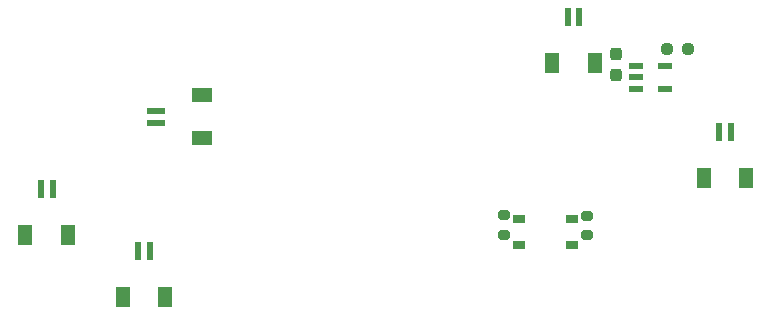
<source format=gbp>
G04 #@! TF.GenerationSoftware,KiCad,Pcbnew,8.0.6*
G04 #@! TF.CreationDate,2025-07-21T23:51:58+02:00*
G04 #@! TF.ProjectId,nRF5340,6e524635-3334-4302-9e6b-696361645f70,rev?*
G04 #@! TF.SameCoordinates,Original*
G04 #@! TF.FileFunction,Paste,Bot*
G04 #@! TF.FilePolarity,Positive*
%FSLAX46Y46*%
G04 Gerber Fmt 4.6, Leading zero omitted, Abs format (unit mm)*
G04 Created by KiCad (PCBNEW 8.0.6) date 2025-07-21 23:51:58*
%MOMM*%
%LPD*%
G01*
G04 APERTURE LIST*
G04 Aperture macros list*
%AMRoundRect*
0 Rectangle with rounded corners*
0 $1 Rounding radius*
0 $2 $3 $4 $5 $6 $7 $8 $9 X,Y pos of 4 corners*
0 Add a 4 corners polygon primitive as box body*
4,1,4,$2,$3,$4,$5,$6,$7,$8,$9,$2,$3,0*
0 Add four circle primitives for the rounded corners*
1,1,$1+$1,$2,$3*
1,1,$1+$1,$4,$5*
1,1,$1+$1,$6,$7*
1,1,$1+$1,$8,$9*
0 Add four rect primitives between the rounded corners*
20,1,$1+$1,$2,$3,$4,$5,0*
20,1,$1+$1,$4,$5,$6,$7,0*
20,1,$1+$1,$6,$7,$8,$9,0*
20,1,$1+$1,$8,$9,$2,$3,0*%
G04 Aperture macros list end*
%ADD10RoundRect,0.237500X-0.250000X-0.237500X0.250000X-0.237500X0.250000X0.237500X-0.250000X0.237500X0*%
%ADD11R,0.990600X0.711200*%
%ADD12RoundRect,0.237500X0.237500X-0.300000X0.237500X0.300000X-0.237500X0.300000X-0.237500X-0.300000X0*%
%ADD13R,1.250000X0.500000*%
%ADD14RoundRect,0.200000X-0.275000X0.200000X-0.275000X-0.200000X0.275000X-0.200000X0.275000X0.200000X0*%
%ADD15RoundRect,0.200000X0.275000X-0.200000X0.275000X0.200000X-0.275000X0.200000X-0.275000X-0.200000X0*%
%ADD16R,0.600000X1.550000*%
%ADD17R,1.200000X1.800000*%
%ADD18R,1.550000X0.600000*%
%ADD19R,1.800000X1.200000*%
G04 APERTURE END LIST*
D10*
X198642500Y-113125000D03*
X200467500Y-113125000D03*
D11*
X186149996Y-129704998D03*
X190649999Y-129704998D03*
X186149997Y-127555000D03*
X190650000Y-127555000D03*
D12*
X194380000Y-115312500D03*
X194380000Y-113587500D03*
D13*
X196030002Y-116499998D03*
X196030000Y-115550000D03*
X196029998Y-114599998D03*
X198529998Y-114600002D03*
X198530002Y-116500002D03*
D14*
X191905000Y-127240000D03*
X191905000Y-128890000D03*
D15*
X184905000Y-128875000D03*
X184905000Y-127225000D03*
D16*
X191255000Y-110425000D03*
X190255000Y-110425000D03*
D17*
X192555000Y-114300000D03*
X188955000Y-114300000D03*
D16*
X204080000Y-120150000D03*
X203080000Y-120150000D03*
D17*
X205380000Y-124025000D03*
X201780000Y-124025000D03*
D16*
X154875001Y-130249999D03*
X153875000Y-130250000D03*
D17*
X156175000Y-134125000D03*
X152575000Y-134125000D03*
D16*
X146650001Y-125024998D03*
X145650001Y-125024998D03*
D17*
X147950000Y-128900000D03*
X144350000Y-128900000D03*
D18*
X155425000Y-118374999D03*
X155424999Y-119375001D03*
D19*
X159300000Y-117075000D03*
X159300000Y-120675000D03*
M02*

</source>
